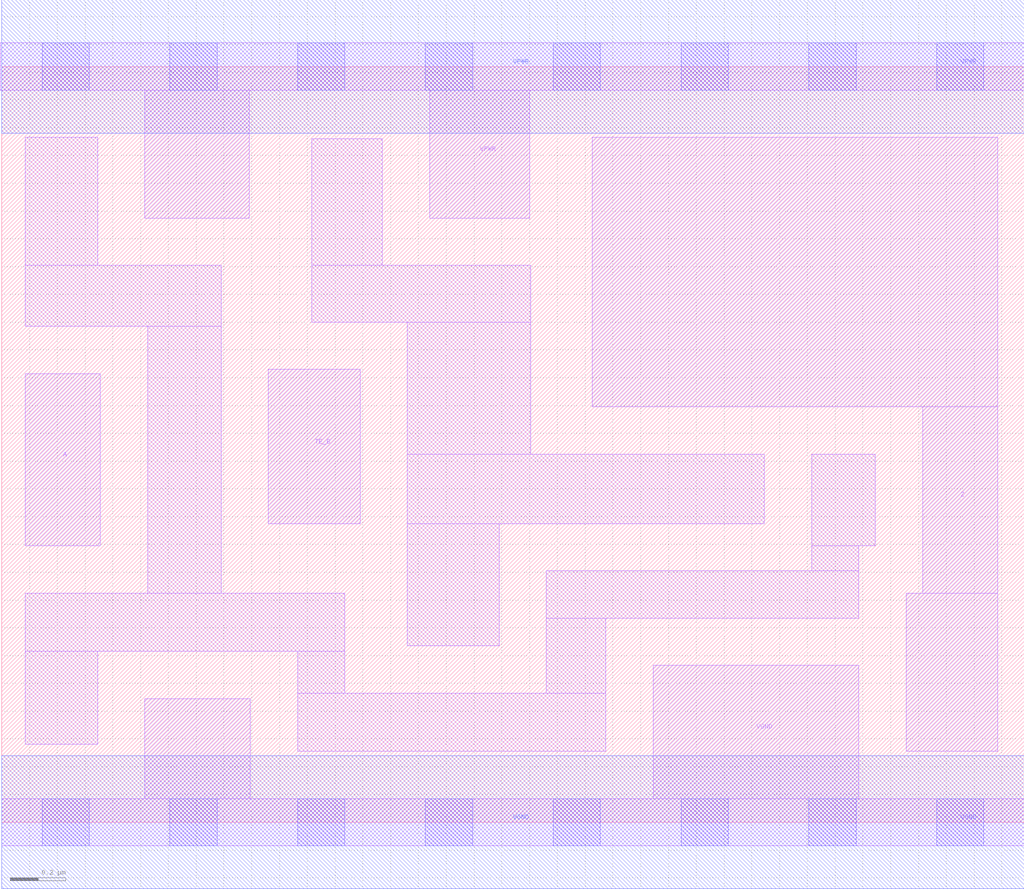
<source format=lef>
# Copyright 2020 The SkyWater PDK Authors
#
# Licensed under the Apache License, Version 2.0 (the "License");
# you may not use this file except in compliance with the License.
# You may obtain a copy of the License at
#
#     https://www.apache.org/licenses/LICENSE-2.0
#
# Unless required by applicable law or agreed to in writing, software
# distributed under the License is distributed on an "AS IS" BASIS,
# WITHOUT WARRANTIES OR CONDITIONS OF ANY KIND, either express or implied.
# See the License for the specific language governing permissions and
# limitations under the License.
#
# SPDX-License-Identifier: Apache-2.0

VERSION 5.7 ;
  NAMESCASESENSITIVE ON ;
  NOWIREEXTENSIONATPIN ON ;
  DIVIDERCHAR "/" ;
  BUSBITCHARS "[]" ;
UNITS
  DATABASE MICRONS 200 ;
END UNITS
PROPERTYDEFINITIONS
  MACRO maskLayoutSubType STRING ;
  MACRO prCellType STRING ;
  MACRO originalViewName STRING ;
END PROPERTYDEFINITIONS
MACRO sky130_fd_sc_hdll__ebufn_1
  CLASS CORE ;
  FOREIGN sky130_fd_sc_hdll__ebufn_1 ;
  ORIGIN  0.000000  0.000000 ;
  SIZE  3.680000 BY  2.720000 ;
  SYMMETRY X Y R90 ;
  SITE unithd ;
  PIN A
    ANTENNAGATEAREA  0.178200 ;
    DIRECTION INPUT ;
    USE SIGNAL ;
    PORT
      LAYER li1 ;
        RECT 0.085000 0.995000 0.355000 1.615000 ;
    END
  END A
  PIN TE_B
    ANTENNAGATEAREA  0.358200 ;
    DIRECTION INPUT ;
    USE SIGNAL ;
    PORT
      LAYER li1 ;
        RECT 0.960000 1.075000 1.290000 1.630000 ;
    END
  END TE_B
  PIN VGND
    ANTENNADIFFAREA  0.365250 ;
    DIRECTION INOUT ;
    USE SIGNAL ;
    PORT
      LAYER li1 ;
        RECT 0.000000 -0.085000 3.680000 0.085000 ;
        RECT 0.515000  0.085000 0.895000 0.445000 ;
        RECT 2.345000  0.085000 3.085000 0.565000 ;
      LAYER mcon ;
        RECT 0.145000 -0.085000 0.315000 0.085000 ;
        RECT 0.605000 -0.085000 0.775000 0.085000 ;
        RECT 1.065000 -0.085000 1.235000 0.085000 ;
        RECT 1.525000 -0.085000 1.695000 0.085000 ;
        RECT 1.985000 -0.085000 2.155000 0.085000 ;
        RECT 2.445000 -0.085000 2.615000 0.085000 ;
        RECT 2.905000 -0.085000 3.075000 0.085000 ;
        RECT 3.365000 -0.085000 3.535000 0.085000 ;
      LAYER met1 ;
        RECT 0.000000 -0.240000 3.680000 0.240000 ;
    END
  END VGND
  PIN VPWR
    ANTENNADIFFAREA  0.465600 ;
    DIRECTION INOUT ;
    USE SIGNAL ;
    PORT
      LAYER li1 ;
        RECT -0.005000 2.635000 3.680000 2.805000 ;
        RECT  0.515000 2.175000 0.890000 2.635000 ;
        RECT  1.540000 2.175000 1.900000 2.635000 ;
      LAYER mcon ;
        RECT 0.145000 2.635000 0.315000 2.805000 ;
        RECT 0.605000 2.635000 0.775000 2.805000 ;
        RECT 1.065000 2.635000 1.235000 2.805000 ;
        RECT 1.525000 2.635000 1.695000 2.805000 ;
        RECT 1.985000 2.635000 2.155000 2.805000 ;
        RECT 2.445000 2.635000 2.615000 2.805000 ;
        RECT 2.905000 2.635000 3.075000 2.805000 ;
        RECT 3.365000 2.635000 3.535000 2.805000 ;
      LAYER met1 ;
        RECT 0.000000 2.480000 3.680000 2.960000 ;
    END
  END VPWR
  PIN Z
    ANTENNADIFFAREA  0.700500 ;
    DIRECTION OUTPUT ;
    USE SIGNAL ;
    PORT
      LAYER li1 ;
        RECT 2.125000 1.495000 3.585000 2.465000 ;
        RECT 3.255000 0.255000 3.585000 0.825000 ;
        RECT 3.315000 0.825000 3.585000 1.495000 ;
    END
  END Z
  OBS
    LAYER li1 ;
      RECT 0.085000 0.280000 0.345000 0.615000 ;
      RECT 0.085000 0.615000 1.235000 0.825000 ;
      RECT 0.085000 1.785000 0.790000 2.005000 ;
      RECT 0.085000 2.005000 0.345000 2.465000 ;
      RECT 0.525000 0.825000 0.790000 1.785000 ;
      RECT 1.065000 0.255000 2.175000 0.465000 ;
      RECT 1.065000 0.465000 1.235000 0.615000 ;
      RECT 1.115000 1.800000 1.905000 2.005000 ;
      RECT 1.115000 2.005000 1.370000 2.460000 ;
      RECT 1.460000 0.635000 1.790000 1.075000 ;
      RECT 1.460000 1.075000 2.745000 1.325000 ;
      RECT 1.460000 1.325000 1.905000 1.800000 ;
      RECT 1.960000 0.465000 2.175000 0.735000 ;
      RECT 1.960000 0.735000 3.085000 0.905000 ;
      RECT 2.915000 0.905000 3.085000 0.995000 ;
      RECT 2.915000 0.995000 3.145000 1.325000 ;
  END
  PROPERTY maskLayoutSubType "abstract" ;
  PROPERTY prCellType "standard" ;
  PROPERTY originalViewName "layout" ;
END sky130_fd_sc_hdll__ebufn_1

</source>
